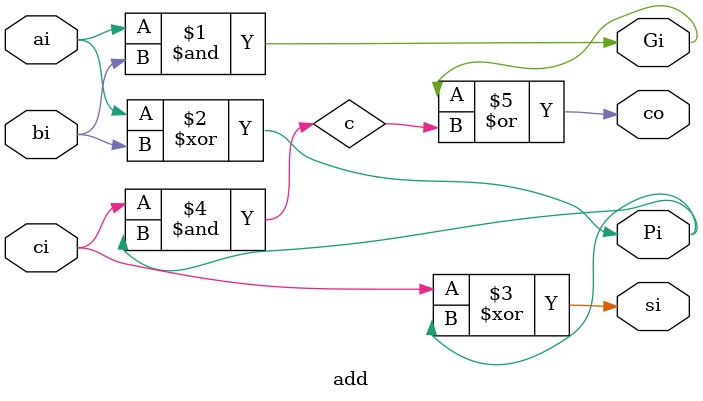
<source format=v>
`timescale 1ns / 1ps
module add(
    input ai, bi, ci, 
    output si, co,
	 output Gi, Pi);
	 
	 wire c;
	 
    and (Gi,ai,bi);
	 xor (Pi,ai,bi),
		  (si,ci,Pi);
	 and (c, ci,Pi);
	 or  (co,Gi, c);
	 
endmodule

</source>
